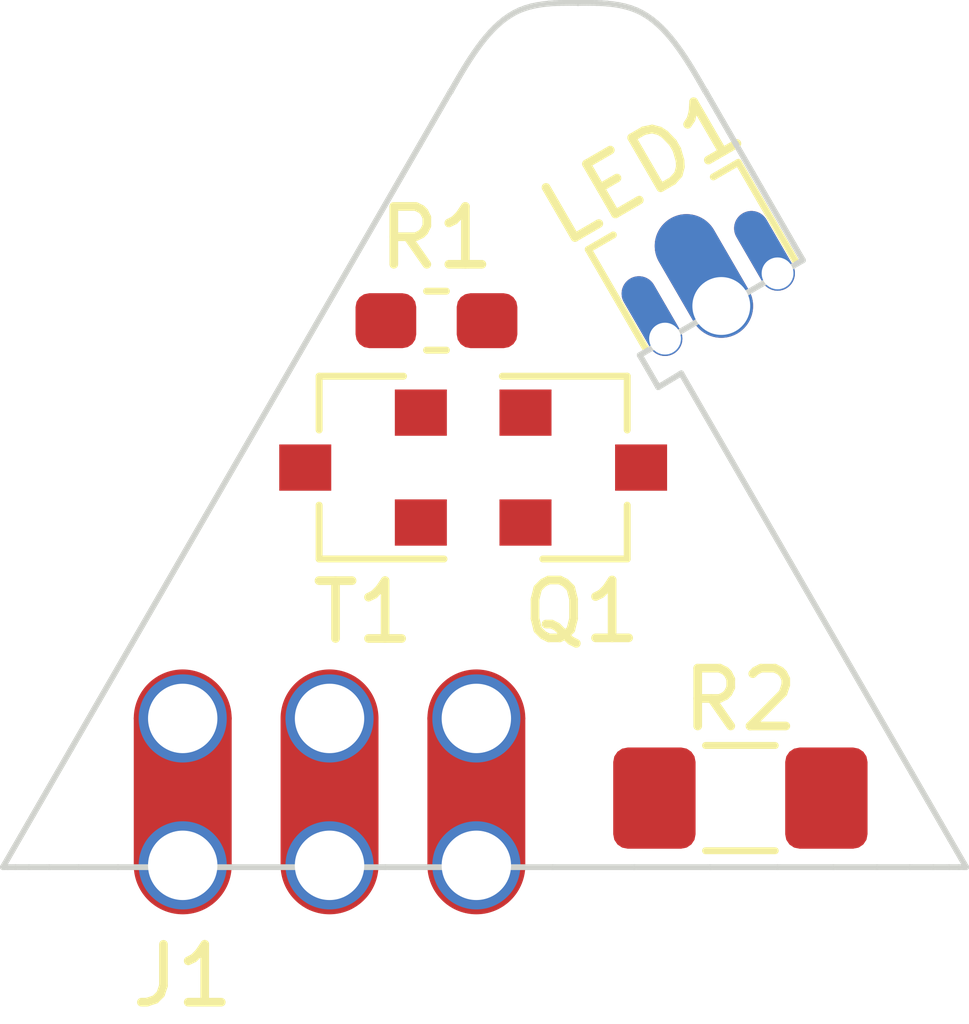
<source format=kicad_pcb>
(kicad_pcb (version 20171130) (host pcbnew 5.0.0-fee4fd1~66~ubuntu16.04.1)

  (general
    (thickness 1.2)
    (drawings 343)
    (tracks 0)
    (zones 0)
    (modules 6)
    (nets 7)
  )

  (page A4)
  (title_block
    (title Lulu_star)
    (date 2018-08-22)
    (rev 2.1.2)
    (company http://eTextile.org)
    (comment 1 "Programming light into textile.")
  )

  (layers
    (0 F.Cu jumper)
    (31 B.Cu signal)
    (32 B.Adhes user)
    (33 F.Adhes user)
    (34 B.Paste user)
    (35 F.Paste user)
    (36 B.SilkS user)
    (37 F.SilkS user)
    (38 B.Mask user)
    (39 F.Mask user)
    (40 Dwgs.User user)
    (41 Cmts.User user)
    (42 Eco1.User user)
    (43 Eco2.User user)
    (44 Edge.Cuts user)
    (45 Margin user)
    (46 B.CrtYd user)
    (47 F.CrtYd user)
    (48 B.Fab user)
    (49 F.Fab user hide)
  )

  (setup
    (last_trace_width 0.25)
    (trace_clearance 0.2)
    (zone_clearance 0.508)
    (zone_45_only no)
    (trace_min 0.2)
    (segment_width 0.2)
    (edge_width 0.2)
    (via_size 0.8)
    (via_drill 0.4)
    (via_min_size 0.4)
    (via_min_drill 0.3)
    (uvia_size 0.3)
    (uvia_drill 0.1)
    (uvias_allowed no)
    (uvia_min_size 0.2)
    (uvia_min_drill 0.1)
    (pcb_text_width 0.3)
    (pcb_text_size 1.5 1.5)
    (mod_edge_width 0.15)
    (mod_text_size 1 1)
    (mod_text_width 0.15)
    (pad_size 1.7 1.7)
    (pad_drill 1)
    (pad_to_mask_clearance 0)
    (aux_axis_origin 0 0)
    (visible_elements FFFFFF7F)
    (pcbplotparams
      (layerselection 0x010fc_ffffffff)
      (usegerberextensions false)
      (usegerberattributes false)
      (usegerberadvancedattributes false)
      (creategerberjobfile false)
      (excludeedgelayer true)
      (linewidth 0.100000)
      (plotframeref false)
      (viasonmask false)
      (mode 1)
      (useauxorigin false)
      (hpglpennumber 1)
      (hpglpenspeed 20)
      (hpglpendiameter 15.000000)
      (psnegative false)
      (psa4output false)
      (plotreference true)
      (plotvalue true)
      (plotinvisibletext false)
      (padsonsilk false)
      (subtractmaskfromsilk false)
      (outputformat 1)
      (mirror false)
      (drillshape 1)
      (scaleselection 1)
      (outputdirectory ""))
  )

  (net 0 "")
  (net 1 "Net-(Q1-Pad2)")
  (net 2 GND)
  (net 3 "Net-(Q1-Pad1)")
  (net 4 /PWM)
  (net 5 "Net-(LED1-Pad1)")
  (net 6 +3V3)

  (net_class Default "This is the default net class."
    (clearance 0.2)
    (trace_width 0.25)
    (via_dia 0.8)
    (via_drill 0.4)
    (uvia_dia 0.3)
    (uvia_drill 0.1)
    (add_net +3V3)
    (add_net /PWM)
    (add_net GND)
    (add_net "Net-(LED1-Pad1)")
    (add_net "Net-(Q1-Pad1)")
    (add_net "Net-(Q1-Pad2)")
  )

  (module Lulu_footprints:Lulu_plug_3 (layer F.Cu) (tedit 5B8796CD) (tstamp 5B8790AF)
    (at 121.086058 107.207317)
    (descr www.etextile.org)
    (tags eTextile)
    (path /5B7D3F18)
    (fp_text reference J1 (at 0 4.451083) (layer F.SilkS)
      (effects (font (size 1 1) (thickness 0.15)))
    )
    (fp_text value Conn_01x03_Female (at 0 -0.5) (layer F.Fab)
      (effects (font (size 1 1) (thickness 0.15)))
    )
    (fp_poly (pts (xy -0.762 2.54) (xy 0.762 2.54) (xy 0.762 0) (xy -0.762 0)) (layer F.Mask) (width 0.15))
    (fp_poly (pts (xy -0.762 2.54) (xy 0.762 2.54) (xy 0.762 0) (xy -0.762 0)) (layer F.Cu) (width 0.15))
    (fp_arc (start 0 2.54) (end -0.762 2.54) (angle -180) (layer F.Cu) (width 0.17))
    (fp_arc (start 0 0) (end 0.762 0) (angle -180) (layer F.Mask) (width 0.17))
    (fp_line (start -0.762 2.54) (end -0.762 0) (layer F.Cu) (width 0.17))
    (fp_line (start 0.762 0) (end 0.762 2.54) (layer F.Mask) (width 0.17))
    (fp_line (start 0.762 0) (end 0.762 2.54) (layer F.Cu) (width 0.17))
    (fp_arc (start 0 0) (end 0.762 0) (angle -180) (layer F.Cu) (width 0.17))
    (fp_arc (start 0 2.54) (end -0.762 2.54) (angle -180) (layer F.Mask) (width 0.17))
    (fp_line (start -0.762 2.54) (end -0.762 0) (layer F.Mask) (width 0.17))
    (fp_poly (pts (xy 1.778 2.54) (xy 3.302 2.54) (xy 3.302 0) (xy 1.778 0)) (layer F.Mask) (width 0.15))
    (fp_poly (pts (xy 1.778 2.54) (xy 3.302 2.54) (xy 3.302 0) (xy 1.778 0)) (layer F.Cu) (width 0.15))
    (fp_arc (start 2.54 2.54) (end 1.778 2.54) (angle -180) (layer F.Cu) (width 0.17))
    (fp_arc (start 2.54 0) (end 3.302 0) (angle -180) (layer F.Mask) (width 0.17))
    (fp_line (start 1.778 2.54) (end 1.778 0) (layer F.Cu) (width 0.17))
    (fp_line (start 3.302 0) (end 3.302 2.54) (layer F.Mask) (width 0.17))
    (fp_line (start 3.302 0) (end 3.302 2.54) (layer F.Cu) (width 0.17))
    (fp_arc (start 2.54 0) (end 3.302 0) (angle -180) (layer F.Cu) (width 0.17))
    (fp_arc (start 2.54 2.54) (end 1.778 2.54) (angle -180) (layer F.Mask) (width 0.17))
    (fp_line (start 1.778 2.54) (end 1.778 0) (layer F.Mask) (width 0.17))
    (fp_poly (pts (xy 4.318 2.54) (xy 5.842 2.54) (xy 5.842 0) (xy 4.318 0)) (layer F.Cu) (width 0.15))
    (fp_line (start 4.318 2.54) (end 4.318 0) (layer F.Mask) (width 0.17))
    (fp_arc (start 5.08 2.54) (end 4.318 2.54) (angle -180) (layer F.Mask) (width 0.17))
    (fp_line (start 5.842 0) (end 5.842 2.54) (layer F.Mask) (width 0.17))
    (fp_arc (start 5.08 0) (end 5.842 0) (angle -180) (layer F.Mask) (width 0.17))
    (fp_line (start 4.318 2.54) (end 4.318 0) (layer F.Cu) (width 0.17))
    (fp_arc (start 5.08 2.54) (end 4.318 2.54) (angle -180) (layer F.Cu) (width 0.17))
    (fp_line (start 5.842 0) (end 5.842 2.54) (layer F.Cu) (width 0.17))
    (fp_arc (start 5.08 0) (end 5.842 0) (angle -180) (layer F.Cu) (width 0.17))
    (fp_poly (pts (xy 4.318 2.54) (xy 5.842 2.54) (xy 5.842 0) (xy 4.318 0)) (layer F.Mask) (width 0.15))
    (pad 1 thru_hole circle (at 0 2.54) (size 1.524 1.524) (drill 1.2) (layers *.Cu *.Mask)
      (net 6 +3V3))
    (pad 1 thru_hole circle (at 0 0) (size 1.524 1.524) (drill 1.2) (layers *.Cu *.Mask)
      (net 6 +3V3))
    (pad 2 thru_hole circle (at 2.54 2.54) (size 1.524 1.524) (drill 1.2) (layers *.Cu *.Mask)
      (net 4 /PWM))
    (pad 2 thru_hole circle (at 2.54 0) (size 1.524 1.524) (drill 1.2) (layers *.Cu *.Mask)
      (net 4 /PWM))
    (pad 3 thru_hole circle (at 5.08 2.54) (size 1.524 1.524) (drill 1.2) (layers *.Cu *.Mask)
      (net 2 GND))
    (pad 3 thru_hole circle (at 5.08 0) (size 1.524 1.524) (drill 1.2) (layers *.Cu *.Mask)
      (net 2 GND))
  )

  (module Lulu_footprints:LED_Lulu_side (layer F.Cu) (tedit 5B86A040) (tstamp 5B7F786B)
    (at 130.4036 100.076 30.1)
    (descr "LED Cree-XP http://www.cree.com/~/media/Files/Cree/LED-Components-and-Modules/XLamp/Data-and-Binning/XLampXPE2.pdf")
    (tags "LED Cree XP")
    (path /5B7C84D4)
    (attr smd)
    (fp_text reference LED1 (at -0.000001 -2.75 30.1) (layer F.SilkS)
      (effects (font (size 1 1) (thickness 0.15)))
    )
    (fp_text value LED_PAD (at 3 3 300.1) (layer F.Fab)
      (effects (font (size 1 1) (thickness 0.15)))
    )
    (fp_text user %R (at 0 2.5 30.1) (layer F.Fab)
      (effects (font (size 0.8 0.8) (thickness 0.08)))
    )
    (fp_line (start -1.5 0) (end 1.5 0) (layer F.Fab) (width 0.1))
    (fp_line (start 1.5 0) (end 1.5 1.65) (layer F.Fab) (width 0.1))
    (fp_line (start 1.65 1.65) (end -1.65 1.65) (layer F.Fab) (width 0.1))
    (fp_line (start -1.5 1.65) (end -1.5 0) (layer F.Fab) (width 0.1))
    (fp_line (start -1.5 -2) (end 1.5 -2) (layer F.CrtYd) (width 0.05))
    (fp_line (start 1.5 -1.999999) (end 1.5 3.5) (layer F.CrtYd) (width 0.05))
    (fp_line (start 1.5 3.5) (end -1.5 3.5) (layer F.CrtYd) (width 0.05))
    (fp_line (start -1.5 3.5) (end -1.5 -2) (layer F.CrtYd) (width 0.05))
    (fp_line (start 1.5 0) (end 1.5 -2) (layer F.SilkS) (width 0.12))
    (fp_line (start 1.5 -2) (end 1 -2) (layer F.SilkS) (width 0.12))
    (fp_line (start -1.5 0) (end -1.5 -2) (layer F.SilkS) (width 0.12))
    (fp_line (start -1.5 -2) (end -1 -2) (layer F.SilkS) (width 0.12))
    (fp_line (start 1.25 0) (end 0.5 0) (layer F.Fab) (width 0.1))
    (fp_line (start -1.25 0) (end -0.5 0) (layer F.Fab) (width 0.1))
    (fp_line (start 0.5 -2.5) (end 0.5 -1.5) (layer F.Fab) (width 0.1))
    (fp_line (start 0.5 -1.5) (end -0.5 -2) (layer F.Fab) (width 0.1))
    (fp_line (start -0.5 -2) (end 0.5 -2.5) (layer F.Fab) (width 0.1))
    (fp_line (start -0.5 -2.5) (end -0.5 -1.5) (layer F.Fab) (width 0.1))
    (pad 3 thru_hole oval (at 0 0 30.1) (size 1.1 2.3) (drill 1 (offset 0 -0.6)) (layers *.Cu *.Mask)
      (net 2 GND))
    (pad 1 thru_hole oval (at -1.125 0.000001 30.1) (size 0.6 1.5) (drill 0.55 (offset 0 -0.45)) (layers *.Cu *.Mask)
      (net 5 "Net-(LED1-Pad1)"))
    (pad 2 thru_hole oval (at 1.125 -0.000001 30.1) (size 0.6 1.5) (drill 0.55 (offset 0 -0.45)) (layers *.Cu *.Mask)
      (net 6 +3V3))
    (model ${KISYS3DMOD}/LED_SMD.3dshapes/LED_Cree-XP.wrl
      (at (xyz 0 0 0))
      (scale (xyz 1 1 1))
      (rotate (xyz 0 0 0))
    )
  )

  (module Package_TO_SOT_SMD:SOT-23 (layer F.Cu) (tedit 5A02FF57) (tstamp 5B7F784E)
    (at 124.206 102.87 180)
    (descr "SOT-23, Standard")
    (tags SOT-23)
    (path /5B7C8DF6)
    (attr smd)
    (fp_text reference T1 (at 0 -2.5 180) (layer F.SilkS)
      (effects (font (size 1 1) (thickness 0.15)))
    )
    (fp_text value Q_NPN_BEC (at 0 2.5 180) (layer F.Fab)
      (effects (font (size 1 1) (thickness 0.15)))
    )
    (fp_line (start 0.76 1.58) (end -0.7 1.58) (layer F.SilkS) (width 0.12))
    (fp_line (start 0.76 -1.58) (end -1.4 -1.58) (layer F.SilkS) (width 0.12))
    (fp_line (start -1.7 1.75) (end -1.7 -1.75) (layer F.CrtYd) (width 0.05))
    (fp_line (start 1.7 1.75) (end -1.7 1.75) (layer F.CrtYd) (width 0.05))
    (fp_line (start 1.7 -1.75) (end 1.7 1.75) (layer F.CrtYd) (width 0.05))
    (fp_line (start -1.7 -1.75) (end 1.7 -1.75) (layer F.CrtYd) (width 0.05))
    (fp_line (start 0.76 -1.58) (end 0.76 -0.65) (layer F.SilkS) (width 0.12))
    (fp_line (start 0.76 1.58) (end 0.76 0.65) (layer F.SilkS) (width 0.12))
    (fp_line (start -0.7 1.52) (end 0.7 1.52) (layer F.Fab) (width 0.1))
    (fp_line (start 0.7 -1.52) (end 0.7 1.52) (layer F.Fab) (width 0.1))
    (fp_line (start -0.7 -0.95) (end -0.15 -1.52) (layer F.Fab) (width 0.1))
    (fp_line (start -0.15 -1.52) (end 0.7 -1.52) (layer F.Fab) (width 0.1))
    (fp_line (start -0.7 -0.95) (end -0.7 1.5) (layer F.Fab) (width 0.1))
    (fp_text user %R (at 0 0 270) (layer F.Fab)
      (effects (font (size 0.5 0.5) (thickness 0.075)))
    )
    (pad 3 smd rect (at 1 0 180) (size 0.9 0.8) (layers F.Cu F.Paste F.Mask)
      (net 3 "Net-(Q1-Pad1)"))
    (pad 2 smd rect (at -1 0.95 180) (size 0.9 0.8) (layers F.Cu F.Paste F.Mask)
      (net 2 GND))
    (pad 1 smd rect (at -1 -0.95 180) (size 0.9 0.8) (layers F.Cu F.Paste F.Mask)
      (net 1 "Net-(Q1-Pad2)"))
    (model ${KISYS3DMOD}/Package_TO_SOT_SMD.3dshapes/SOT-23.wrl
      (at (xyz 0 0 0))
      (scale (xyz 1 1 1))
      (rotate (xyz 0 0 0))
    )
  )

  (module Package_TO_SOT_SMD:SOT-23 (layer F.Cu) (tedit 5A02FF57) (tstamp 5B7F7839)
    (at 128.016 102.87)
    (descr "SOT-23, Standard")
    (tags SOT-23)
    (path /5B7C8ADD)
    (attr smd)
    (fp_text reference Q1 (at -0.0254 2.4892) (layer F.SilkS)
      (effects (font (size 1 1) (thickness 0.15)))
    )
    (fp_text value Q_NMOS_GSD (at 0 2.5) (layer F.Fab)
      (effects (font (size 1 1) (thickness 0.15)))
    )
    (fp_line (start 0.76 1.58) (end -0.7 1.58) (layer F.SilkS) (width 0.12))
    (fp_line (start 0.76 -1.58) (end -1.4 -1.58) (layer F.SilkS) (width 0.12))
    (fp_line (start -1.7 1.75) (end -1.7 -1.75) (layer F.CrtYd) (width 0.05))
    (fp_line (start 1.7 1.75) (end -1.7 1.75) (layer F.CrtYd) (width 0.05))
    (fp_line (start 1.7 -1.75) (end 1.7 1.75) (layer F.CrtYd) (width 0.05))
    (fp_line (start -1.7 -1.75) (end 1.7 -1.75) (layer F.CrtYd) (width 0.05))
    (fp_line (start 0.76 -1.58) (end 0.76 -0.65) (layer F.SilkS) (width 0.12))
    (fp_line (start 0.76 1.58) (end 0.76 0.65) (layer F.SilkS) (width 0.12))
    (fp_line (start -0.7 1.52) (end 0.7 1.52) (layer F.Fab) (width 0.1))
    (fp_line (start 0.7 -1.52) (end 0.7 1.52) (layer F.Fab) (width 0.1))
    (fp_line (start -0.7 -0.95) (end -0.15 -1.52) (layer F.Fab) (width 0.1))
    (fp_line (start -0.15 -1.52) (end 0.7 -1.52) (layer F.Fab) (width 0.1))
    (fp_line (start -0.7 -0.95) (end -0.7 1.5) (layer F.Fab) (width 0.1))
    (fp_text user %R (at 0 0 90) (layer F.Fab)
      (effects (font (size 0.5 0.5) (thickness 0.075)))
    )
    (pad 3 smd rect (at 1 0) (size 0.9 0.8) (layers F.Cu F.Paste F.Mask)
      (net 5 "Net-(LED1-Pad1)"))
    (pad 2 smd rect (at -1 0.95) (size 0.9 0.8) (layers F.Cu F.Paste F.Mask)
      (net 1 "Net-(Q1-Pad2)"))
    (pad 1 smd rect (at -1 -0.95) (size 0.9 0.8) (layers F.Cu F.Paste F.Mask)
      (net 3 "Net-(Q1-Pad1)"))
    (model ${KISYS3DMOD}/Package_TO_SOT_SMD.3dshapes/SOT-23.wrl
      (at (xyz 0 0 0))
      (scale (xyz 1 1 1))
      (rotate (xyz 0 0 0))
    )
  )

  (module Resistor_SMD:R_0603_1608Metric_Pad1.05x0.95mm_HandSolder (layer F.Cu) (tedit 5B301BBD) (tstamp 5B7F7824)
    (at 125.476 100.33)
    (descr "Resistor SMD 0603 (1608 Metric), square (rectangular) end terminal, IPC_7351 nominal with elongated pad for handsoldering. (Body size source: http://www.tortai-tech.com/upload/download/2011102023233369053.pdf), generated with kicad-footprint-generator")
    (tags "resistor handsolder")
    (path /5B7CC755)
    (attr smd)
    (fp_text reference R1 (at 0 -1.43) (layer F.SilkS)
      (effects (font (size 1 1) (thickness 0.15)))
    )
    (fp_text value "47 K" (at 0 1.43) (layer F.Fab)
      (effects (font (size 1 1) (thickness 0.15)))
    )
    (fp_text user %R (at 0 0) (layer F.Fab)
      (effects (font (size 0.4 0.4) (thickness 0.06)))
    )
    (fp_line (start 1.65 0.73) (end -1.65 0.73) (layer F.CrtYd) (width 0.05))
    (fp_line (start 1.65 -0.73) (end 1.65 0.73) (layer F.CrtYd) (width 0.05))
    (fp_line (start -1.65 -0.73) (end 1.65 -0.73) (layer F.CrtYd) (width 0.05))
    (fp_line (start -1.65 0.73) (end -1.65 -0.73) (layer F.CrtYd) (width 0.05))
    (fp_line (start -0.171267 0.51) (end 0.171267 0.51) (layer F.SilkS) (width 0.12))
    (fp_line (start -0.171267 -0.51) (end 0.171267 -0.51) (layer F.SilkS) (width 0.12))
    (fp_line (start 0.8 0.4) (end -0.8 0.4) (layer F.Fab) (width 0.1))
    (fp_line (start 0.8 -0.4) (end 0.8 0.4) (layer F.Fab) (width 0.1))
    (fp_line (start -0.8 -0.4) (end 0.8 -0.4) (layer F.Fab) (width 0.1))
    (fp_line (start -0.8 0.4) (end -0.8 -0.4) (layer F.Fab) (width 0.1))
    (pad 2 smd roundrect (at 0.875 0) (size 1.05 0.95) (layers F.Cu F.Paste F.Mask) (roundrect_rratio 0.25)
      (net 4 /PWM))
    (pad 1 smd roundrect (at -0.875 0) (size 1.05 0.95) (layers F.Cu F.Paste F.Mask) (roundrect_rratio 0.25)
      (net 3 "Net-(Q1-Pad1)"))
    (model ${KISYS3DMOD}/Resistor_SMD.3dshapes/R_0603_1608Metric.wrl
      (at (xyz 0 0 0))
      (scale (xyz 1 1 1))
      (rotate (xyz 0 0 0))
    )
  )

  (module Resistor_SMD:R_1206_3216Metric_Pad1.42x1.75mm_HandSolder (layer F.Cu) (tedit 5B301BBD) (tstamp 5B7F7813)
    (at 130.7338 108.585 180)
    (descr "Resistor SMD 1206 (3216 Metric), square (rectangular) end terminal, IPC_7351 nominal with elongated pad for handsoldering. (Body size source: http://www.tortai-tech.com/upload/download/2011102023233369053.pdf), generated with kicad-footprint-generator")
    (tags "resistor handsolder")
    (path /5B7C8445)
    (attr smd)
    (fp_text reference R2 (at 0 1.7018 180) (layer F.SilkS)
      (effects (font (size 1 1) (thickness 0.15)))
    )
    (fp_text value "2.7 Ohm" (at 0 1.82 180) (layer F.Fab)
      (effects (font (size 1 1) (thickness 0.15)))
    )
    (fp_text user %R (at 0 0 180) (layer F.Fab)
      (effects (font (size 0.8 0.8) (thickness 0.12)))
    )
    (fp_line (start 2.45 1.12) (end -2.45 1.12) (layer F.CrtYd) (width 0.05))
    (fp_line (start 2.45 -1.12) (end 2.45 1.12) (layer F.CrtYd) (width 0.05))
    (fp_line (start -2.45 -1.12) (end 2.45 -1.12) (layer F.CrtYd) (width 0.05))
    (fp_line (start -2.45 1.12) (end -2.45 -1.12) (layer F.CrtYd) (width 0.05))
    (fp_line (start -0.602064 0.91) (end 0.602064 0.91) (layer F.SilkS) (width 0.12))
    (fp_line (start -0.602064 -0.91) (end 0.602064 -0.91) (layer F.SilkS) (width 0.12))
    (fp_line (start 1.6 0.8) (end -1.6 0.8) (layer F.Fab) (width 0.1))
    (fp_line (start 1.6 -0.8) (end 1.6 0.8) (layer F.Fab) (width 0.1))
    (fp_line (start -1.6 -0.8) (end 1.6 -0.8) (layer F.Fab) (width 0.1))
    (fp_line (start -1.6 0.8) (end -1.6 -0.8) (layer F.Fab) (width 0.1))
    (pad 2 smd roundrect (at 1.4875 0 180) (size 1.425 1.75) (layers F.Cu F.Paste F.Mask) (roundrect_rratio 0.175439)
      (net 2 GND))
    (pad 1 smd roundrect (at -1.4875 0 180) (size 1.425 1.75) (layers F.Cu F.Paste F.Mask) (roundrect_rratio 0.175439)
      (net 1 "Net-(Q1-Pad2)"))
    (model ${KISYS3DMOD}/Resistor_SMD.3dshapes/R_1206_3216Metric.wrl
      (at (xyz 0 0 0))
      (scale (xyz 1 1 1))
      (rotate (xyz 0 0 0))
    )
  )

  (gr_line (start 125.722566 96.366469) (end 125.72262 96.366295) (layer Edge.Cuts) (width 0.1))
  (gr_line (start 125.722519 96.366621) (end 125.722566 96.366469) (layer Edge.Cuts) (width 0.1))
  (gr_line (start 125.722481 96.366746) (end 125.722519 96.366621) (layer Edge.Cuts) (width 0.1))
  (gr_line (start 125.722451 96.366842) (end 125.722481 96.366746) (layer Edge.Cuts) (width 0.1))
  (gr_line (start 125.722429 96.366915) (end 125.722451 96.366842) (layer Edge.Cuts) (width 0.1))
  (gr_line (start 118.492937 108.881629) (end 118.77955 108.38527) (layer Edge.Cuts) (width 0.1))
  (gr_line (start 118.284021 109.243432) (end 118.492937 108.881629) (layer Edge.Cuts) (width 0.1))
  (gr_line (start 118.140518 109.491952) (end 118.284021 109.243432) (layer Edge.Cuts) (width 0.1))
  (gr_line (start 118.050145 109.648463) (end 118.140518 109.491952) (layer Edge.Cuts) (width 0.1))
  (gr_line (start 118.000615 109.734238) (end 118.050145 109.648463) (layer Edge.Cuts) (width 0.1))
  (gr_line (start 134.60139 109.7788) (end 134.51436 109.7788) (layer Edge.Cuts) (width 0.1))
  (gr_line (start 134.634239 109.7788) (end 134.60139 109.7788) (layer Edge.Cuts) (width 0.1))
  (gr_line (start 134.639338 109.7788) (end 134.634239 109.7788) (layer Edge.Cuts) (width 0.1))
  (gr_line (start 134.638221 109.776865) (end 134.639338 109.7788) (layer Edge.Cuts) (width 0.1))
  (gr_line (start 134.629677 109.762065) (end 134.638221 109.776865) (layer Edge.Cuts) (width 0.1))
  (gr_line (start 130.12939 96.364357) (end 130.129491 96.364332) (layer Edge.Cuts) (width 0.1))
  (gr_line (start 130.129263 96.364389) (end 130.12939 96.364357) (layer Edge.Cuts) (width 0.1))
  (gr_line (start 130.129113 96.364427) (end 130.129263 96.364389) (layer Edge.Cuts) (width 0.1))
  (gr_line (start 130.128946 96.364468) (end 130.129113 96.364427) (layer Edge.Cuts) (width 0.1))
  (gr_line (start 129.716583 95.690898) (end 129.778944 95.783415) (layer Edge.Cuts) (width 0.1))
  (gr_line (start 129.650985 95.598392) (end 129.716583 95.690898) (layer Edge.Cuts) (width 0.1))
  (gr_line (start 129.582727 95.507752) (end 129.650985 95.598392) (layer Edge.Cuts) (width 0.1))
  (gr_line (start 129.512228 95.420603) (end 129.582727 95.507752) (layer Edge.Cuts) (width 0.1))
  (gr_line (start 131.658596 99.376704) (end 131.565303 99.430923) (layer Edge.Cuts) (width 0.1))
  (gr_line (start 131.725256 99.337962) (end 131.658596 99.376704) (layer Edge.Cuts) (width 0.1))
  (gr_line (start 131.769761 99.312097) (end 131.725256 99.337962) (layer Edge.Cuts) (width 0.1))
  (gr_line (start 131.796585 99.296507) (end 131.769761 99.312097) (layer Edge.Cuts) (width 0.1))
  (gr_line (start 125.722319 96.366967) (end 125.722354 96.367) (layer Edge.Cuts) (width 0.1))
  (gr_line (start 125.722267 96.36692) (end 125.722319 96.366967) (layer Edge.Cuts) (width 0.1))
  (gr_line (start 125.722194 96.366854) (end 125.722267 96.36692) (layer Edge.Cuts) (width 0.1))
  (gr_line (start 125.722099 96.366766) (end 125.722194 96.366854) (layer Edge.Cuts) (width 0.1))
  (gr_line (start 125.721977 96.366654) (end 125.722099 96.366766) (layer Edge.Cuts) (width 0.1))
  (gr_line (start 125.720962 96.365724) (end 125.721132 96.36588) (layer Edge.Cuts) (width 0.1))
  (gr_line (start 125.720807 96.365581) (end 125.720962 96.365724) (layer Edge.Cuts) (width 0.1))
  (gr_line (start 125.720673 96.365458) (end 125.720807 96.365581) (layer Edge.Cuts) (width 0.1))
  (gr_line (start 125.720565 96.36536) (end 125.720673 96.365458) (layer Edge.Cuts) (width 0.1))
  (gr_line (start 125.720482 96.365284) (end 125.720565 96.36536) (layer Edge.Cuts) (width 0.1))
  (gr_line (start 127.925251 94.835344) (end 127.925274 94.835344) (layer Edge.Cuts) (width 0.1))
  (gr_line (start 127.92513 94.835344) (end 127.925251 94.835344) (layer Edge.Cuts) (width 0.1))
  (gr_line (start 127.923843 94.835344) (end 127.92513 94.835344) (layer Edge.Cuts) (width 0.1))
  (gr_line (start 127.919788 94.835344) (end 127.923843 94.835344) (layer Edge.Cuts) (width 0.1))
  (gr_line (start 127.801766 94.835344) (end 127.84376 94.835344) (layer Edge.Cuts) (width 0.1))
  (gr_line (start 127.747365 94.835345) (end 127.801766 94.835344) (layer Edge.Cuts) (width 0.1))
  (gr_line (start 127.679896 94.835597) (end 127.747365 94.835345) (layer Edge.Cuts) (width 0.1))
  (gr_line (start 127.601121 94.836998) (end 127.679896 94.835597) (layer Edge.Cuts) (width 0.1))
  (gr_line (start 120.850586 109.7788) (end 119.966349 109.7788) (layer Edge.Cuts) (width 0.1))
  (gr_line (start 121.946537 109.7788) (end 120.850586 109.7788) (layer Edge.Cuts) (width 0.1))
  (gr_line (start 123.210976 109.7788) (end 121.946537 109.7788) (layer Edge.Cuts) (width 0.1))
  (gr_line (start 124.591044 109.7788) (end 123.210976 109.7788) (layer Edge.Cuts) (width 0.1))
  (gr_line (start 126.033882 109.7788) (end 124.591044 109.7788) (layer Edge.Cuts) (width 0.1))
  (gr_line (start 129.135583 101.171991) (end 129.163493 101.220399) (layer Edge.Cuts) (width 0.1))
  (gr_line (start 129.108318 101.124705) (end 129.135583 101.171991) (layer Edge.Cuts) (width 0.1))
  (gr_line (start 129.082715 101.080298) (end 129.108318 101.124705) (layer Edge.Cuts) (width 0.1))
  (gr_line (start 129.059786 101.040531) (end 129.082715 101.080298) (layer Edge.Cuts) (width 0.1))
  (gr_line (start 126.913413 94.962782) (end 127.011288 94.925435) (layer Edge.Cuts) (width 0.1))
  (gr_line (start 126.197947 95.60069) (end 126.266143 95.50998) (layer Edge.Cuts) (width 0.1))
  (gr_line (start 126.13243 95.693219) (end 126.197947 95.60069) (layer Edge.Cuts) (width 0.1))
  (gr_line (start 127.939083 94.835344) (end 127.953323 94.835344) (layer Edge.Cuts) (width 0.1))
  (gr_line (start 127.930783 94.835344) (end 127.939083 94.835344) (layer Edge.Cuts) (width 0.1))
  (gr_line (start 127.926818 94.835344) (end 127.930783 94.835344) (layer Edge.Cuts) (width 0.1))
  (gr_line (start 127.925579 94.835344) (end 127.926818 94.835344) (layer Edge.Cuts) (width 0.1))
  (gr_line (start 126.409432 95.33973) (end 126.484971 95.261543) (layer Edge.Cuts) (width 0.1))
  (gr_line (start 129.117772 95.060152) (end 129.203245 95.120304) (layer Edge.Cuts) (width 0.1))
  (gr_line (start 129.028416 95.00711) (end 129.117772 95.060152) (layer Edge.Cuts) (width 0.1))
  (gr_line (start 128.93488 94.961746) (end 129.028416 95.00711) (layer Edge.Cuts) (width 0.1))
  (gr_line (start 128.836906 94.924608) (end 128.93488 94.961746) (layer Edge.Cuts) (width 0.1))
  (gr_line (start 124.023276 99.304112) (end 124.506851 98.46665) (layer Edge.Cuts) (width 0.1))
  (gr_line (start 123.454666 100.288839) (end 124.023276 99.304112) (layer Edge.Cuts) (width 0.1))
  (gr_line (start 122.825557 101.378338) (end 123.454666 100.288839) (layer Edge.Cuts) (width 0.1))
  (gr_line (start 122.160517 102.530064) (end 122.825557 101.378338) (layer Edge.Cuts) (width 0.1))
  (gr_line (start 121.484114 103.701467) (end 122.160517 102.530064) (layer Edge.Cuts) (width 0.1))
  (gr_line (start 130.151826 96.402602) (end 130.175242 96.443171) (layer Edge.Cuts) (width 0.1))
  (gr_line (start 130.138236 96.379058) (end 130.151826 96.402602) (layer Edge.Cuts) (width 0.1))
  (gr_line (start 130.1318 96.367907) (end 130.138236 96.379058) (layer Edge.Cuts) (width 0.1))
  (gr_line (start 130.129843 96.364516) (end 130.1318 96.367907) (layer Edge.Cuts) (width 0.1))
  (gr_line (start 125.732854 96.347795) (end 125.741758 96.332306) (layer Edge.Cuts) (width 0.1))
  (gr_line (start 125.727355 96.357361) (end 125.732854 96.347795) (layer Edge.Cuts) (width 0.1))
  (gr_line (start 125.72444 96.362431) (end 125.727355 96.357361) (layer Edge.Cuts) (width 0.1))
  (gr_line (start 125.723289 96.364434) (end 125.72444 96.362431) (layer Edge.Cuts) (width 0.1))
  (gr_line (start 125.723082 96.364795) (end 125.723289 96.364434) (layer Edge.Cuts) (width 0.1))
  (gr_line (start 125.721831 96.36652) (end 125.721977 96.366654) (layer Edge.Cuts) (width 0.1))
  (gr_line (start 125.721667 96.36637) (end 125.721831 96.36652) (layer Edge.Cuts) (width 0.1))
  (gr_line (start 125.721491 96.366209) (end 125.721667 96.36637) (layer Edge.Cuts) (width 0.1))
  (gr_line (start 125.721311 96.366044) (end 125.721491 96.366209) (layer Edge.Cuts) (width 0.1))
  (gr_line (start 125.721132 96.36588) (end 125.721311 96.366044) (layer Edge.Cuts) (width 0.1))
  (gr_line (start 128.993513 100.92559) (end 128.993668 100.925857) (layer Edge.Cuts) (width 0.1))
  (gr_line (start 128.99386 100.925386) (end 128.993513 100.92559) (layer Edge.Cuts) (width 0.1))
  (gr_line (start 128.997684 100.923163) (end 128.99386 100.925386) (layer Edge.Cuts) (width 0.1))
  (gr_line (start 129.009454 100.916323) (end 128.997684 100.923163) (layer Edge.Cuts) (width 0.1))
  (gr_line (start 127.925359 94.835344) (end 127.925389 94.835344) (layer Edge.Cuts) (width 0.1))
  (gr_line (start 127.92533 94.835344) (end 127.925359 94.835344) (layer Edge.Cuts) (width 0.1))
  (gr_line (start 127.925301 94.835344) (end 127.92533 94.835344) (layer Edge.Cuts) (width 0.1))
  (gr_line (start 127.925274 94.835344) (end 127.925301 94.835344) (layer Edge.Cuts) (width 0.1))
  (gr_line (start 131.810205 99.288592) (end 131.796585 99.296507) (layer Edge.Cuts) (width 0.1))
  (gr_line (start 131.815097 99.285749) (end 131.810205 99.288592) (layer Edge.Cuts) (width 0.1))
  (gr_line (start 131.815736 99.285377) (end 131.815097 99.285749) (layer Edge.Cuts) (width 0.1))
  (gr_line (start 131.815221 99.284483) (end 131.815736 99.285377) (layer Edge.Cuts) (width 0.1))
  (gr_line (start 127.513188 94.840546) (end 127.601121 94.836998) (layer Edge.Cuts) (width 0.1))
  (gr_line (start 127.418243 94.847239) (end 127.513188 94.840546) (layer Edge.Cuts) (width 0.1))
  (gr_line (start 127.318433 94.858076) (end 127.418243 94.847239) (layer Edge.Cuts) (width 0.1))
  (gr_line (start 127.215906 94.874055) (end 127.318433 94.858076) (layer Edge.Cuts) (width 0.1))
  (gr_line (start 127.91136 94.835344) (end 127.919788 94.835344) (layer Edge.Cuts) (width 0.1))
  (gr_line (start 127.89695 94.835344) (end 127.91136 94.835344) (layer Edge.Cuts) (width 0.1))
  (gr_line (start 127.874953 94.835344) (end 127.89695 94.835344) (layer Edge.Cuts) (width 0.1))
  (gr_line (start 127.84376 94.835344) (end 127.874953 94.835344) (layer Edge.Cuts) (width 0.1))
  (gr_line (start 125.722392 96.367035) (end 125.722392 96.367034) (layer Edge.Cuts) (width 0.1))
  (gr_line (start 125.722391 96.367034) (end 125.722392 96.367035) (layer Edge.Cuts) (width 0.1))
  (gr_line (start 125.722387 96.36703) (end 125.722391 96.367034) (layer Edge.Cuts) (width 0.1))
  (gr_line (start 125.722375 96.367019) (end 125.722387 96.36703) (layer Edge.Cuts) (width 0.1))
  (gr_line (start 125.722354 96.367) (end 125.722375 96.367019) (layer Edge.Cuts) (width 0.1))
  (gr_line (start 131.08669 99.709082) (end 130.866272 99.837183) (layer Edge.Cuts) (width 0.1))
  (gr_line (start 131.281035 99.596133) (end 131.08669 99.709082) (layer Edge.Cuts) (width 0.1))
  (gr_line (start 131.440902 99.503222) (end 131.281035 99.596133) (layer Edge.Cuts) (width 0.1))
  (gr_line (start 131.565303 99.430923) (end 131.440902 99.503222) (layer Edge.Cuts) (width 0.1))
  (gr_line (start 125.545923 96.667171) (end 125.639856 96.504497) (layer Edge.Cuts) (width 0.1))
  (gr_line (start 125.397941 96.923449) (end 125.545923 96.667171) (layer Edge.Cuts) (width 0.1))
  (gr_line (start 125.183624 97.294606) (end 125.397941 96.923449) (layer Edge.Cuts) (width 0.1))
  (gr_line (start 124.890689 97.801915) (end 125.183624 97.294606) (layer Edge.Cuts) (width 0.1))
  (gr_line (start 124.506851 98.46665) (end 124.890689 97.801915) (layer Edge.Cuts) (width 0.1))
  (gr_line (start 129.040535 101.007142) (end 129.059786 101.040531) (layer Edge.Cuts) (width 0.1))
  (gr_line (start 129.025384 100.980866) (end 129.040535 101.007142) (layer Edge.Cuts) (width 0.1))
  (gr_line (start 129.013898 100.960944) (end 129.025384 100.980866) (layer Edge.Cuts) (width 0.1))
  (gr_line (start 129.005567 100.946495) (end 129.013898 100.960944) (layer Edge.Cuts) (width 0.1))
  (gr_line (start 125.723045 96.364914) (end 125.72306 96.364863) (layer Edge.Cuts) (width 0.1))
  (gr_line (start 125.723023 96.364986) (end 125.723045 96.364914) (layer Edge.Cuts) (width 0.1))
  (gr_line (start 125.722993 96.365082) (end 125.723023 96.364986) (layer Edge.Cuts) (width 0.1))
  (gr_line (start 125.722955 96.365206) (end 125.722993 96.365082) (layer Edge.Cuts) (width 0.1))
  (gr_line (start 125.722908 96.365357) (end 125.722955 96.365206) (layer Edge.Cuts) (width 0.1))
  (gr_line (start 129.314857 101.479087) (end 129.317715 101.477361) (layer Edge.Cuts) (width 0.1))
  (gr_line (start 129.313572 101.479863) (end 129.314857 101.479087) (layer Edge.Cuts) (width 0.1))
  (gr_line (start 129.313231 101.480069) (end 129.313572 101.479863) (layer Edge.Cuts) (width 0.1))
  (gr_line (start 129.313207 101.480058) (end 129.313231 101.480069) (layer Edge.Cuts) (width 0.1))
  (gr_line (start 126.266143 95.50998) (end 126.336588 95.422732) (layer Edge.Cuts) (width 0.1))
  (gr_line (start 130.077118 96.276936) (end 130.095441 96.308788) (layer Edge.Cuts) (width 0.1))
  (gr_line (start 130.052911 96.234843) (end 130.077118 96.276936) (layer Edge.Cuts) (width 0.1))
  (gr_line (start 130.022047 96.181201) (end 130.052911 96.234843) (layer Edge.Cuts) (width 0.1))
  (gr_line (start 129.984506 96.116469) (end 130.022047 96.181201) (layer Edge.Cuts) (width 0.1))
  (gr_line (start 125.720325 96.36514) (end 125.720327 96.365142) (layer Edge.Cuts) (width 0.1))
  (gr_line (start 125.720194 96.365367) (end 125.720325 96.36514) (layer Edge.Cuts) (width 0.1))
  (gr_line (start 125.714707 96.374869) (end 125.720194 96.365367) (layer Edge.Cuts) (width 0.1))
  (gr_line (start 125.692022 96.414155) (end 125.714707 96.374869) (layer Edge.Cuts) (width 0.1))
  (gr_line (start 125.639856 96.504497) (end 125.692022 96.414155) (layer Edge.Cuts) (width 0.1))
  (gr_line (start 129.342027 101.462683) (end 129.357475 101.453357) (layer Edge.Cuts) (width 0.1))
  (gr_line (start 129.330671 101.469539) (end 129.342027 101.462683) (layer Edge.Cuts) (width 0.1))
  (gr_line (start 129.322777 101.474305) (end 129.330671 101.469539) (layer Edge.Cuts) (width 0.1))
  (gr_line (start 129.317715 101.477361) (end 129.322777 101.474305) (layer Edge.Cuts) (width 0.1))
  (gr_line (start 129.299158 101.455691) (end 129.305517 101.466721) (layer Edge.Cuts) (width 0.1))
  (gr_line (start 129.29001 101.439825) (end 129.299158 101.455691) (layer Edge.Cuts) (width 0.1))
  (gr_line (start 129.277566 101.418243) (end 129.29001 101.439825) (layer Edge.Cuts) (width 0.1))
  (gr_line (start 129.261319 101.390066) (end 129.277566 101.418243) (layer Edge.Cuts) (width 0.1))
  (gr_line (start 129.312932 101.479582) (end 129.313207 101.480058) (layer Edge.Cuts) (width 0.1))
  (gr_line (start 129.311897 101.477786) (end 129.312932 101.479582) (layer Edge.Cuts) (width 0.1))
  (gr_line (start 129.309594 101.473792) (end 129.311897 101.477786) (layer Edge.Cuts) (width 0.1))
  (gr_line (start 129.305517 101.466721) (end 129.309594 101.473792) (layer Edge.Cuts) (width 0.1))
  (gr_line (start 129.439327 95.337714) (end 129.512228 95.420603) (layer Edge.Cuts) (width 0.1))
  (gr_line (start 129.363726 95.259655) (end 129.439327 95.337714) (layer Edge.Cuts) (width 0.1))
  (gr_line (start 129.285131 95.186994) (end 129.363726 95.259655) (layer Edge.Cuts) (width 0.1))
  (gr_line (start 129.203245 95.120304) (end 129.285131 95.186994) (layer Edge.Cuts) (width 0.1))
  (gr_line (start 130.123347 96.357161) (end 130.126374 96.362312) (layer Edge.Cuts) (width 0.1))
  (gr_line (start 130.117731 96.347474) (end 130.123347 96.357161) (layer Edge.Cuts) (width 0.1))
  (gr_line (start 130.108704 96.331825) (end 130.117731 96.347474) (layer Edge.Cuts) (width 0.1))
  (gr_line (start 130.095441 96.308788) (end 130.108704 96.331825) (layer Edge.Cuts) (width 0.1))
  (gr_line (start 125.723081 96.364796) (end 125.723082 96.364795) (layer Edge.Cuts) (width 0.1))
  (gr_line (start 125.72308 96.364799) (end 125.723081 96.364796) (layer Edge.Cuts) (width 0.1))
  (gr_line (start 125.723077 96.364809) (end 125.72308 96.364799) (layer Edge.Cuts) (width 0.1))
  (gr_line (start 125.723071 96.364829) (end 125.723077 96.364809) (layer Edge.Cuts) (width 0.1))
  (gr_line (start 125.72306 96.364863) (end 125.723071 96.364829) (layer Edge.Cuts) (width 0.1))
  (gr_line (start 130.128091 96.364682) (end 130.128243 96.364644) (layer Edge.Cuts) (width 0.1))
  (gr_line (start 130.127962 96.364713) (end 130.128091 96.364682) (layer Edge.Cuts) (width 0.1))
  (gr_line (start 130.127638 96.364354) (end 130.127962 96.364713) (layer Edge.Cuts) (width 0.1))
  (gr_line (start 130.126374 96.362312) (end 130.127638 96.364354) (layer Edge.Cuts) (width 0.1))
  (gr_line (start 129.432414 101.408114) (end 129.464891 101.388507) (layer Edge.Cuts) (width 0.1))
  (gr_line (start 129.402912 101.425925) (end 129.432414 101.408114) (layer Edge.Cuts) (width 0.1))
  (gr_line (start 129.377643 101.441181) (end 129.402912 101.425925) (layer Edge.Cuts) (width 0.1))
  (gr_line (start 129.357475 101.453357) (end 129.377643 101.441181) (layer Edge.Cuts) (width 0.1))
  (gr_line (start 127.112809 94.896175) (end 127.215906 94.874055) (layer Edge.Cuts) (width 0.1))
  (gr_line (start 127.011288 94.925435) (end 127.112809 94.896175) (layer Edge.Cuts) (width 0.1))
  (gr_line (start 128.335238 94.840423) (end 128.430032 94.847025) (layer Edge.Cuts) (width 0.1))
  (gr_line (start 128.247508 94.836941) (end 128.335238 94.840423) (layer Edge.Cuts) (width 0.1))
  (gr_line (start 128.16899 94.835581) (end 128.247508 94.836941) (layer Edge.Cuts) (width 0.1))
  (gr_line (start 128.101831 94.835345) (end 128.16899 94.835581) (layer Edge.Cuts) (width 0.1))
  (gr_line (start 131.717045 99.114392) (end 131.75834 99.185936) (layer Edge.Cuts) (width 0.1))
  (gr_line (start 131.659573 99.014819) (end 131.717045 99.114392) (layer Edge.Cuts) (width 0.1))
  (gr_line (start 131.583249 98.882586) (end 131.659573 99.014819) (layer Edge.Cuts) (width 0.1))
  (gr_line (start 131.485542 98.713306) (end 131.583249 98.882586) (layer Edge.Cuts) (width 0.1))
  (gr_line (start 129.033644 100.902264) (end 129.009454 100.916323) (layer Edge.Cuts) (width 0.1))
  (gr_line (start 129.074731 100.878385) (end 129.033644 100.902264) (layer Edge.Cuts) (width 0.1))
  (gr_line (start 129.137192 100.842085) (end 129.074731 100.878385) (layer Edge.Cuts) (width 0.1))
  (gr_line (start 129.225501 100.790762) (end 129.137192 100.842085) (layer Edge.Cuts) (width 0.1))
  (gr_line (start 126.730704 95.061572) (end 126.819973 95.008345) (layer Edge.Cuts) (width 0.1))
  (gr_line (start 128.047759 94.835344) (end 128.101831 94.835345) (layer Edge.Cuts) (width 0.1))
  (gr_line (start 128.006054 94.835344) (end 128.047759 94.835344) (layer Edge.Cuts) (width 0.1))
  (gr_line (start 127.975111 94.835344) (end 128.006054 94.835344) (layer Edge.Cuts) (width 0.1))
  (gr_line (start 127.953323 94.835344) (end 127.975111 94.835344) (layer Edge.Cuts) (width 0.1))
  (gr_line (start 127.925468 94.835344) (end 127.925579 94.835344) (layer Edge.Cuts) (width 0.1))
  (gr_line (start 127.925445 94.835344) (end 127.925468 94.835344) (layer Edge.Cuts) (width 0.1))
  (gr_line (start 127.925418 94.835344) (end 127.925445 94.835344) (layer Edge.Cuts) (width 0.1))
  (gr_line (start 127.925389 94.835344) (end 127.925418 94.835344) (layer Edge.Cuts) (width 0.1))
  (gr_line (start 130.138103 100.260379) (end 129.902914 100.397065) (layer Edge.Cuts) (width 0.1))
  (gr_line (start 130.383027 100.118035) (end 130.138103 100.260379) (layer Edge.Cuts) (width 0.1))
  (gr_line (start 130.628734 99.975235) (end 130.383027 100.118035) (layer Edge.Cuts) (width 0.1))
  (gr_line (start 130.866272 99.837183) (end 130.628734 99.975235) (layer Edge.Cuts) (width 0.1))
  (gr_line (start 129.708937 101.241168) (end 129.7099 101.240586) (layer Edge.Cuts) (width 0.1))
  (gr_line (start 129.706574 101.242594) (end 129.708937 101.241168) (layer Edge.Cuts) (width 0.1))
  (gr_line (start 129.702181 101.245247) (end 129.706574 101.242594) (layer Edge.Cuts) (width 0.1))
  (gr_line (start 129.695128 101.249504) (end 129.702181 101.245247) (layer Edge.Cuts) (width 0.1))
  (gr_line (start 129.684787 101.255748) (end 129.695128 101.249504) (layer Edge.Cuts) (width 0.1))
  (gr_line (start 130.331193 96.713361) (end 130.420656 96.868358) (layer Edge.Cuts) (width 0.1))
  (gr_line (start 130.262251 96.593918) (end 130.331193 96.713361) (layer Edge.Cuts) (width 0.1))
  (gr_line (start 130.211159 96.505399) (end 130.262251 96.593918) (layer Edge.Cuts) (width 0.1))
  (gr_line (start 130.175242 96.443171) (end 130.211159 96.505399) (layer Edge.Cuts) (width 0.1))
  (gr_line (start 133.98466 108.64478) (end 134.201936 109.021141) (layer Edge.Cuts) (width 0.1))
  (gr_line (start 133.705439 108.16112) (end 133.98466 108.64478) (layer Edge.Cuts) (width 0.1))
  (gr_line (start 133.365999 107.57315) (end 133.705439 108.16112) (layer Edge.Cuts) (width 0.1))
  (gr_line (start 132.981022 106.9063) (end 133.365999 107.57315) (layer Edge.Cuts) (width 0.1))
  (gr_line (start 132.566141 106.187654) (end 132.981022 106.9063) (layer Edge.Cuts) (width 0.1))
  (gr_line (start 130.128769 96.364513) (end 130.128946 96.364468) (layer Edge.Cuts) (width 0.1))
  (gr_line (start 130.128589 96.364558) (end 130.128769 96.364513) (layer Edge.Cuts) (width 0.1))
  (gr_line (start 130.128411 96.364602) (end 130.128589 96.364558) (layer Edge.Cuts) (width 0.1))
  (gr_line (start 130.128243 96.364644) (end 130.128411 96.364602) (layer Edge.Cuts) (width 0.1))
  (gr_line (start 129.737936 101.288699) (end 129.780186 101.361884) (layer Edge.Cuts) (width 0.1))
  (gr_line (start 129.717379 101.253092) (end 129.737936 101.288699) (layer Edge.Cuts) (width 0.1))
  (gr_line (start 129.710699 101.241521) (end 129.717379 101.253092) (layer Edge.Cuts) (width 0.1))
  (gr_line (start 129.710092 101.240471) (end 129.710699 101.241521) (layer Edge.Cuts) (width 0.1))
  (gr_line (start 129.7099 101.240586) (end 129.710092 101.240471) (layer Edge.Cuts) (width 0.1))
  (gr_line (start 126.484971 95.261543) (end 126.563498 95.188741) (layer Edge.Cuts) (width 0.1))
  (gr_line (start 129.344134 100.721815) (end 129.225501 100.790762) (layer Edge.Cuts) (width 0.1))
  (gr_line (start 129.497551 100.632653) (end 129.344134 100.721815) (layer Edge.Cuts) (width 0.1))
  (gr_line (start 129.686413 100.52289) (end 129.497551 100.632653) (layer Edge.Cuts) (width 0.1))
  (gr_line (start 129.902914 100.397065) (end 129.686413 100.52289) (layer Edge.Cuts) (width 0.1))
  (gr_line (start 126.819973 95.008345) (end 126.913413 94.962782) (layer Edge.Cuts) (width 0.1))
  (gr_line (start 125.827783 96.182684) (end 125.865151 96.118208) (layer Edge.Cuts) (width 0.1))
  (gr_line (start 125.797101 96.236032) (end 125.827783 96.182684) (layer Edge.Cuts) (width 0.1))
  (gr_line (start 125.773061 96.277851) (end 125.797101 96.236032) (layer Edge.Cuts) (width 0.1))
  (gr_line (start 125.754886 96.309467) (end 125.773061 96.277851) (layer Edge.Cuts) (width 0.1))
  (gr_line (start 125.741758 96.332306) (end 125.754886 96.309467) (layer Edge.Cuts) (width 0.1))
  (gr_line (start 125.722413 96.366966) (end 125.722429 96.366915) (layer Edge.Cuts) (width 0.1))
  (gr_line (start 125.722403 96.367) (end 125.722413 96.366966) (layer Edge.Cuts) (width 0.1))
  (gr_line (start 125.722396 96.367021) (end 125.722403 96.367) (layer Edge.Cuts) (width 0.1))
  (gr_line (start 125.722393 96.367031) (end 125.722396 96.367021) (layer Edge.Cuts) (width 0.1))
  (gr_line (start 125.722392 96.367034) (end 125.722393 96.367031) (layer Edge.Cuts) (width 0.1))
  (gr_line (start 126.563498 95.188741) (end 126.645311 95.121894) (layer Edge.Cuts) (width 0.1))
  (gr_line (start 130.129661 96.36429) (end 130.129686 96.364284) (layer Edge.Cuts) (width 0.1))
  (gr_line (start 130.129623 96.364299) (end 130.129661 96.36429) (layer Edge.Cuts) (width 0.1))
  (gr_line (start 130.129567 96.364313) (end 130.129623 96.364299) (layer Edge.Cuts) (width 0.1))
  (gr_line (start 130.129491 96.364332) (end 130.129567 96.364313) (layer Edge.Cuts) (width 0.1))
  (gr_line (start 131.36764 98.509037) (end 131.485542 98.713306) (layer Edge.Cuts) (width 0.1))
  (gr_line (start 131.234696 98.278708) (end 131.36764 98.509037) (layer Edge.Cuts) (width 0.1))
  (gr_line (start 131.092059 98.031585) (end 131.234696 98.278708) (layer Edge.Cuts) (width 0.1))
  (gr_line (start 130.945077 97.776934) (end 131.092059 98.031585) (layer Edge.Cuts) (width 0.1))
  (gr_line (start 129.567575 101.326513) (end 129.599359 101.307324) (layer Edge.Cuts) (width 0.1))
  (gr_line (start 129.53373 101.346946) (end 129.567575 101.326513) (layer Edge.Cuts) (width 0.1))
  (gr_line (start 129.499082 101.367864) (end 129.53373 101.346946) (layer Edge.Cuts) (width 0.1))
  (gr_line (start 129.464891 101.388507) (end 129.499082 101.367864) (layer Edge.Cuts) (width 0.1))
  (gr_line (start 129.670527 101.264357) (end 129.684787 101.255748) (layer Edge.Cuts) (width 0.1))
  (gr_line (start 129.65172 101.275711) (end 129.670527 101.264357) (layer Edge.Cuts) (width 0.1))
  (gr_line (start 129.627822 101.290139) (end 129.65172 101.275711) (layer Edge.Cuts) (width 0.1))
  (gr_line (start 129.599359 101.307324) (end 129.627822 101.290139) (layer Edge.Cuts) (width 0.1))
  (gr_line (start 129.94085 96.042469) (end 129.984506 96.116469) (layer Edge.Cuts) (width 0.1))
  (gr_line (start 129.891653 95.961056) (end 129.94085 96.042469) (layer Edge.Cuts) (width 0.1))
  (gr_line (start 129.837492 95.874086) (end 129.891653 95.961056) (layer Edge.Cuts) (width 0.1))
  (gr_line (start 129.778944 95.783415) (end 129.837492 95.874086) (layer Edge.Cuts) (width 0.1))
  (gr_line (start 132.136994 105.444294) (end 132.566141 106.187654) (layer Edge.Cuts) (width 0.1))
  (gr_line (start 131.709214 104.703303) (end 132.136994 105.444294) (layer Edge.Cuts) (width 0.1))
  (gr_line (start 131.298438 103.991766) (end 131.709214 104.703303) (layer Edge.Cuts) (width 0.1))
  (gr_line (start 130.920301 103.336765) (end 131.298438 103.991766) (layer Edge.Cuts) (width 0.1))
  (gr_line (start 130.590438 102.765384) (end 130.920301 103.336765) (layer Edge.Cuts) (width 0.1))
  (gr_line (start 128.735327 94.895539) (end 128.836906 94.924608) (layer Edge.Cuts) (width 0.1))
  (gr_line (start 128.632224 94.873585) (end 128.735327 94.895539) (layer Edge.Cuts) (width 0.1))
  (gr_line (start 128.529743 94.857746) (end 128.632224 94.873585) (layer Edge.Cuts) (width 0.1))
  (gr_line (start 128.430032 94.847025) (end 128.529743 94.857746) (layer Edge.Cuts) (width 0.1))
  (gr_line (start 129.240963 101.354761) (end 129.261319 101.390066) (layer Edge.Cuts) (width 0.1))
  (gr_line (start 129.217198 101.313542) (end 129.240963 101.354761) (layer Edge.Cuts) (width 0.1))
  (gr_line (start 129.191036 101.268169) (end 129.217198 101.313542) (layer Edge.Cuts) (width 0.1))
  (gr_line (start 129.163493 101.220399) (end 129.191036 101.268169) (layer Edge.Cuts) (width 0.1))
  (gr_line (start 127.486631 109.7788) (end 126.033882 109.7788) (layer Edge.Cuts) (width 0.1))
  (gr_line (start 128.896432 109.7788) (end 127.486631 109.7788) (layer Edge.Cuts) (width 0.1))
  (gr_line (start 130.210426 109.7788) (end 128.896432 109.7788) (layer Edge.Cuts) (width 0.1))
  (gr_line (start 131.375755 109.7788) (end 130.210426 109.7788) (layer Edge.Cuts) (width 0.1))
  (gr_line (start 132.34147 109.7788) (end 131.375755 109.7788) (layer Edge.Cuts) (width 0.1))
  (gr_line (start 134.605889 109.720859) (end 134.629677 109.762065) (layer Edge.Cuts) (width 0.1))
  (gr_line (start 134.559038 109.639706) (end 134.605889 109.720859) (layer Edge.Cuts) (width 0.1))
  (gr_line (start 134.481308 109.505062) (end 134.559038 109.639706) (layer Edge.Cuts) (width 0.1))
  (gr_line (start 134.364879 109.303388) (end 134.481308 109.505062) (layer Edge.Cuts) (width 0.1))
  (gr_line (start 134.201936 109.021141) (end 134.364879 109.303388) (layer Edge.Cuts) (width 0.1))
  (gr_line (start 133.095845 109.7788) (end 132.34147 109.7788) (layer Edge.Cuts) (width 0.1))
  (gr_line (start 133.663892 109.7788) (end 133.095845 109.7788) (layer Edge.Cuts) (width 0.1))
  (gr_line (start 134.07204 109.7788) (end 133.663892 109.7788) (layer Edge.Cuts) (width 0.1))
  (gr_line (start 134.34672 109.7788) (end 134.07204 109.7788) (layer Edge.Cuts) (width 0.1))
  (gr_line (start 134.51436 109.7788) (end 134.34672 109.7788) (layer Edge.Cuts) (width 0.1))
  (gr_line (start 130.799097 97.52402) (end 130.945077 97.776934) (layer Edge.Cuts) (width 0.1))
  (gr_line (start 130.659469 97.282109) (end 130.799097 97.52402) (layer Edge.Cuts) (width 0.1))
  (gr_line (start 130.531539 97.060466) (end 130.659469 97.282109) (layer Edge.Cuts) (width 0.1))
  (gr_line (start 130.420656 96.868358) (end 130.531539 97.060466) (layer Edge.Cuts) (width 0.1))
  (gr_line (start 128.999886 100.936642) (end 129.005567 100.946495) (layer Edge.Cuts) (width 0.1))
  (gr_line (start 128.996347 100.930504) (end 128.999886 100.936642) (layer Edge.Cuts) (width 0.1))
  (gr_line (start 128.994443 100.927203) (end 128.996347 100.930504) (layer Edge.Cuts) (width 0.1))
  (gr_line (start 128.993668 100.925857) (end 128.994443 100.927203) (layer Edge.Cuts) (width 0.1))
  (gr_line (start 125.720421 96.365228) (end 125.720482 96.365284) (layer Edge.Cuts) (width 0.1))
  (gr_line (start 125.720378 96.365189) (end 125.720421 96.365228) (layer Edge.Cuts) (width 0.1))
  (gr_line (start 125.720351 96.365163) (end 125.720378 96.365189) (layer Edge.Cuts) (width 0.1))
  (gr_line (start 125.720335 96.365149) (end 125.720351 96.365163) (layer Edge.Cuts) (width 0.1))
  (gr_line (start 125.720327 96.365142) (end 125.720335 96.365149) (layer Edge.Cuts) (width 0.1))
  (gr_line (start 131.811897 99.278725) (end 131.815221 99.284483) (layer Edge.Cuts) (width 0.1))
  (gr_line (start 131.803092 99.26347) (end 131.811897 99.278725) (layer Edge.Cuts) (width 0.1))
  (gr_line (start 131.786131 99.234084) (end 131.803092 99.26347) (layer Edge.Cuts) (width 0.1))
  (gr_line (start 131.75834 99.185936) (end 131.786131 99.234084) (layer Edge.Cuts) (width 0.1))
  (gr_line (start 120.820917 104.850002) (end 121.484114 103.701467) (layer Edge.Cuts) (width 0.1))
  (gr_line (start 120.195493 105.933119) (end 120.820917 104.850002) (layer Edge.Cuts) (width 0.1))
  (gr_line (start 119.632411 106.908272) (end 120.195493 105.933119) (layer Edge.Cuts) (width 0.1))
  (gr_line (start 119.156143 107.733079) (end 119.632411 106.908272) (layer Edge.Cuts) (width 0.1))
  (gr_line (start 118.77955 108.38527) (end 119.156143 107.733079) (layer Edge.Cuts) (width 0.1))
  (gr_line (start 130.322483 102.301238) (end 130.590438 102.765384) (layer Edge.Cuts) (width 0.1))
  (gr_line (start 130.115279 101.942325) (end 130.322483 102.301238) (layer Edge.Cuts) (width 0.1))
  (gr_line (start 129.96104 101.675156) (end 130.115279 101.942325) (layer Edge.Cuts) (width 0.1))
  (gr_line (start 129.851948 101.486189) (end 129.96104 101.675156) (layer Edge.Cuts) (width 0.1))
  (gr_line (start 129.780186 101.361884) (end 129.851948 101.486189) (layer Edge.Cuts) (width 0.1))
  (gr_line (start 130.129706 96.364279) (end 130.129843 96.364516) (layer Edge.Cuts) (width 0.1))
  (gr_line (start 130.129704 96.364279) (end 130.129706 96.364279) (layer Edge.Cuts) (width 0.1))
  (gr_line (start 130.129699 96.36428) (end 130.129704 96.364279) (layer Edge.Cuts) (width 0.1))
  (gr_line (start 130.129686 96.364284) (end 130.129699 96.36428) (layer Edge.Cuts) (width 0.1))
  (gr_line (start 125.722855 96.365531) (end 125.722908 96.365357) (layer Edge.Cuts) (width 0.1))
  (gr_line (start 125.722797 96.365718) (end 125.722855 96.365531) (layer Edge.Cuts) (width 0.1))
  (gr_line (start 125.722737 96.365913) (end 125.722797 96.365718) (layer Edge.Cuts) (width 0.1))
  (gr_line (start 125.722677 96.366107) (end 125.722737 96.365913) (layer Edge.Cuts) (width 0.1))
  (gr_line (start 125.72262 96.366295) (end 125.722677 96.366107) (layer Edge.Cuts) (width 0.1))
  (gr_line (start 126.645311 95.121894) (end 126.730704 95.061572) (layer Edge.Cuts) (width 0.1))
  (gr_line (start 126.336588 95.422732) (end 126.409432 95.33973) (layer Edge.Cuts) (width 0.1))
  (gr_line (start 118.193514 109.7788) (end 118.0592 109.7788) (layer Edge.Cuts) (width 0.1))
  (gr_line (start 118.424956 109.7788) (end 118.193514 109.7788) (layer Edge.Cuts) (width 0.1))
  (gr_line (start 118.779957 109.7788) (end 118.424956 109.7788) (layer Edge.Cuts) (width 0.1))
  (gr_line (start 119.284944 109.7788) (end 118.779957 109.7788) (layer Edge.Cuts) (width 0.1))
  (gr_line (start 119.966349 109.7788) (end 119.284944 109.7788) (layer Edge.Cuts) (width 0.1))
  (gr_line (start 126.070166 95.785712) (end 126.13243 95.693219) (layer Edge.Cuts) (width 0.1))
  (gr_line (start 126.011731 95.876313) (end 126.070166 95.785712) (layer Edge.Cuts) (width 0.1))
  (gr_line (start 125.957701 95.963167) (end 126.011731 95.876313) (layer Edge.Cuts) (width 0.1))
  (gr_line (start 125.908649 96.044417) (end 125.957701 95.963167) (layer Edge.Cuts) (width 0.1))
  (gr_line (start 125.865151 96.118208) (end 125.908649 96.044417) (layer Edge.Cuts) (width 0.1))
  (gr_line (start 117.979647 109.770552) (end 118.000615 109.734238) (layer Edge.Cuts) (width 0.1))
  (gr_line (start 117.974954 109.778679) (end 117.979647 109.770552) (layer Edge.Cuts) (width 0.1))
  (gr_line (start 117.976239 109.7788) (end 117.974954 109.778679) (layer Edge.Cuts) (width 0.1))
  (gr_line (start 117.995585 109.7788) (end 117.976239 109.7788) (layer Edge.Cuts) (width 0.1))
  (gr_line (start 118.0592 109.7788) (end 117.995585 109.7788) (layer Edge.Cuts) (width 0.1))

)

</source>
